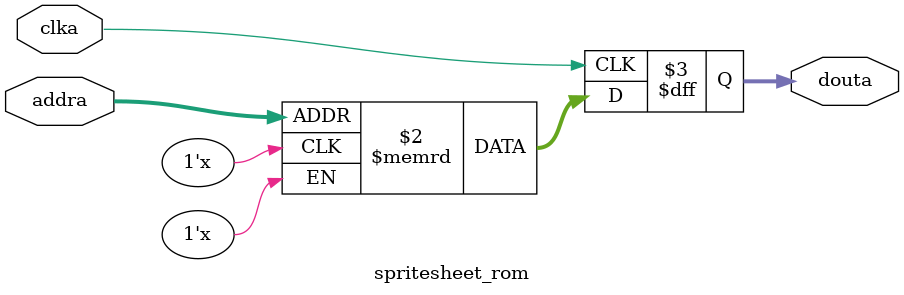
<source format=sv>
module spritesheet_rom (
	input logic clka,
	input logic [12:0] addra,
	output logic [2:0] douta
);

logic [2:0] memory [0:7167] /* synthesis ram_init_file = "./spritesheet/spritesheet.COE" */;

always_ff @ (posedge clka) begin
	douta <= memory[addra];
end

endmodule

</source>
